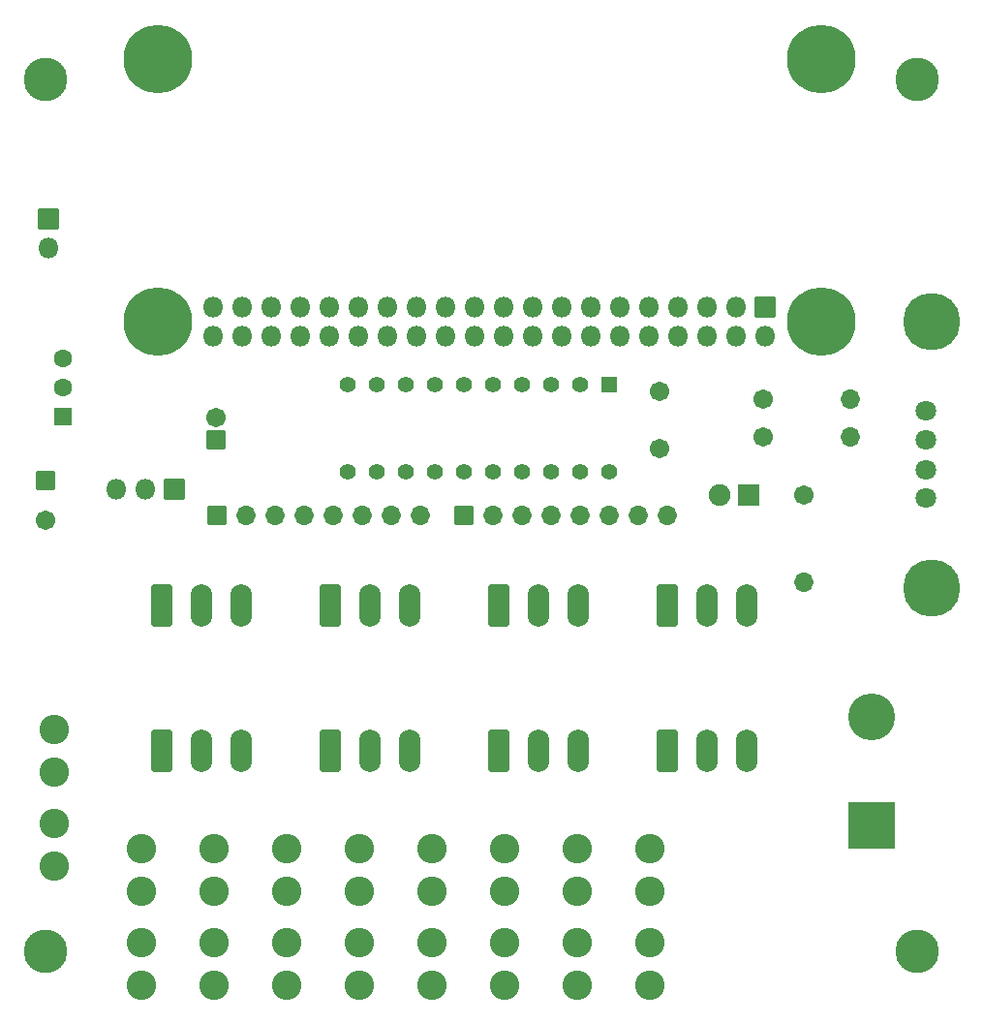
<source format=gbr>
G04 #@! TF.GenerationSoftware,KiCad,Pcbnew,(5.99.0-13060-g64f77b3596)*
G04 #@! TF.CreationDate,2021-11-03T21:45:31-04:00*
G04 #@! TF.ProjectId,PI_W_Controller,50495f57-5f43-46f6-9e74-726f6c6c6572,v1*
G04 #@! TF.SameCoordinates,Original*
G04 #@! TF.FileFunction,Soldermask,Bot*
G04 #@! TF.FilePolarity,Negative*
%FSLAX46Y46*%
G04 Gerber Fmt 4.6, Leading zero omitted, Abs format (unit mm)*
G04 Created by KiCad (PCBNEW (5.99.0-13060-g64f77b3596)) date 2021-11-03 21:45:31*
%MOMM*%
%LPD*%
G01*
G04 APERTURE LIST*
G04 Aperture macros list*
%AMRoundRect*
0 Rectangle with rounded corners*
0 $1 Rounding radius*
0 $2 $3 $4 $5 $6 $7 $8 $9 X,Y pos of 4 corners*
0 Add a 4 corners polygon primitive as box body*
4,1,4,$2,$3,$4,$5,$6,$7,$8,$9,$2,$3,0*
0 Add four circle primitives for the rounded corners*
1,1,$1+$1,$2,$3*
1,1,$1+$1,$4,$5*
1,1,$1+$1,$6,$7*
1,1,$1+$1,$8,$9*
0 Add four rect primitives between the rounded corners*
20,1,$1+$1,$2,$3,$4,$5,0*
20,1,$1+$1,$4,$5,$6,$7,0*
20,1,$1+$1,$6,$7,$8,$9,0*
20,1,$1+$1,$8,$9,$2,$3,0*%
G04 Aperture macros list end*
%ADD10RoundRect,0.051000X0.800000X-0.800000X0.800000X0.800000X-0.800000X0.800000X-0.800000X-0.800000X0*%
%ADD11C,1.702000*%
%ADD12RoundRect,0.301000X-0.650000X-1.550000X0.650000X-1.550000X0.650000X1.550000X-0.650000X1.550000X0*%
%ADD13O,1.902000X3.702000*%
%ADD14C,5.000000*%
%ADD15C,1.802000*%
%ADD16C,2.577000*%
%ADD17RoundRect,0.051000X-0.800000X0.800000X-0.800000X-0.800000X0.800000X-0.800000X0.800000X0.800000X0*%
%ADD18C,3.802000*%
%ADD19RoundRect,0.051000X-0.800000X-0.800000X0.800000X-0.800000X0.800000X0.800000X-0.800000X0.800000X0*%
%ADD20O,1.702000X1.702000*%
%ADD21RoundRect,0.051000X-0.647700X0.647700X-0.647700X-0.647700X0.647700X-0.647700X0.647700X0.647700X0*%
%ADD22C,1.397400*%
%ADD23RoundRect,0.051000X0.750000X-0.750000X0.750000X0.750000X-0.750000X0.750000X-0.750000X-0.750000X0*%
%ADD24C,1.602000*%
%ADD25RoundRect,0.051000X0.900000X0.900000X-0.900000X0.900000X-0.900000X-0.900000X0.900000X-0.900000X0*%
%ADD26C,1.902000*%
%ADD27RoundRect,0.051000X-0.850000X0.850000X-0.850000X-0.850000X0.850000X-0.850000X0.850000X0.850000X0*%
%ADD28O,1.802000X1.802000*%
%ADD29C,4.102000*%
%ADD30RoundRect,0.051000X2.000000X-2.000000X2.000000X2.000000X-2.000000X2.000000X-2.000000X-2.000000X0*%
%ADD31RoundRect,0.051000X-0.850000X-0.850000X0.850000X-0.850000X0.850000X0.850000X-0.850000X0.850000X0*%
%ADD32RoundRect,0.051000X0.850000X-0.850000X0.850000X0.850000X-0.850000X0.850000X-0.850000X-0.850000X0*%
%ADD33C,6.000000*%
G04 APERTURE END LIST*
D10*
X134800000Y-82800000D03*
D11*
X134800000Y-80800000D03*
D12*
X130048000Y-97282000D03*
D13*
X133548000Y-97282000D03*
X137048000Y-97282000D03*
D12*
X159512000Y-97282000D03*
D13*
X163012000Y-97282000D03*
X166512000Y-97282000D03*
D12*
X174244000Y-109982000D03*
D13*
X177744000Y-109982000D03*
X181244000Y-109982000D03*
D14*
X197350000Y-72424000D03*
X197350000Y-95724000D03*
D15*
X196850000Y-80274000D03*
X196850000Y-82774000D03*
X196850000Y-85374000D03*
X196850000Y-87874000D03*
D16*
X128270000Y-130410000D03*
X128270000Y-126710000D03*
X128270000Y-122210000D03*
X128270000Y-118510000D03*
X140970000Y-130410000D03*
X140970000Y-126710000D03*
X140970000Y-122210000D03*
X140970000Y-118510000D03*
X147320000Y-130410000D03*
X147320000Y-126710000D03*
X147320000Y-122210000D03*
X147320000Y-118510000D03*
X153670000Y-130410000D03*
X153670000Y-126710000D03*
X153670000Y-122210000D03*
X153670000Y-118510000D03*
X172720000Y-130410000D03*
X172720000Y-126710000D03*
X172720000Y-122210000D03*
X172720000Y-118510000D03*
D12*
X174244000Y-97282000D03*
D13*
X177744000Y-97282000D03*
X181244000Y-97282000D03*
D17*
X119900000Y-86300000D03*
D11*
X119900000Y-89800000D03*
D12*
X159512000Y-109982000D03*
D13*
X163012000Y-109982000D03*
X166512000Y-109982000D03*
D16*
X120650000Y-119996000D03*
X120650000Y-116296000D03*
X120650000Y-111796000D03*
X120650000Y-108096000D03*
D18*
X196088000Y-127508000D03*
X196088000Y-51308000D03*
X119888000Y-127508000D03*
X119888000Y-51308000D03*
D19*
X156464000Y-89408000D03*
D20*
X159004000Y-89408000D03*
X161544000Y-89408000D03*
X164084000Y-89408000D03*
X166624000Y-89408000D03*
X169164000Y-89408000D03*
X171704000Y-89408000D03*
X174244000Y-89408000D03*
D11*
X186182000Y-87630000D03*
D20*
X186182000Y-95250000D03*
D12*
X144780000Y-109982000D03*
D13*
X148280000Y-109982000D03*
X151780000Y-109982000D03*
D11*
X182626000Y-82550000D03*
D20*
X190246000Y-82550000D03*
D19*
X134874000Y-89408000D03*
D20*
X137414000Y-89408000D03*
X139954000Y-89408000D03*
X142494000Y-89408000D03*
X145034000Y-89408000D03*
X147574000Y-89408000D03*
X150114000Y-89408000D03*
X152654000Y-89408000D03*
D21*
X169164000Y-77978000D03*
D22*
X166624000Y-77978000D03*
X164084000Y-77978000D03*
X161544000Y-77978000D03*
X159004000Y-77978000D03*
X156464000Y-77978000D03*
X153924000Y-77978000D03*
X151384000Y-77978000D03*
X148844000Y-77978000D03*
X146304000Y-77978000D03*
X146304000Y-85598000D03*
X148844000Y-85598000D03*
X151384000Y-85598000D03*
X153924000Y-85598000D03*
X156464000Y-85598000D03*
X159004000Y-85598000D03*
X161544000Y-85598000D03*
X164084000Y-85598000D03*
X166624000Y-85598000D03*
X169164000Y-85598000D03*
D23*
X121462500Y-80772000D03*
D24*
X121462500Y-78232000D03*
X121462500Y-75692000D03*
D12*
X130048000Y-109982000D03*
D13*
X133548000Y-109982000D03*
X137048000Y-109982000D03*
D25*
X181361000Y-87630000D03*
D26*
X178821000Y-87630000D03*
D11*
X182626000Y-79248000D03*
D20*
X190246000Y-79248000D03*
D16*
X134620000Y-130410000D03*
X134620000Y-126710000D03*
X134620000Y-122210000D03*
X134620000Y-118510000D03*
X166370000Y-130410000D03*
X166370000Y-126710000D03*
X166370000Y-122210000D03*
X166370000Y-118510000D03*
X160020000Y-130410000D03*
X160020000Y-126710000D03*
X160020000Y-122210000D03*
X160020000Y-118510000D03*
D12*
X144780000Y-97282000D03*
D13*
X148280000Y-97282000D03*
X151780000Y-97282000D03*
D11*
X173609000Y-83566000D03*
X173609000Y-78566000D03*
D27*
X131200000Y-87100000D03*
D28*
X128660000Y-87100000D03*
X126120000Y-87100000D03*
D29*
X192133000Y-106965000D03*
D30*
X192133000Y-116465000D03*
D31*
X120142000Y-63500000D03*
D28*
X120142000Y-66040000D03*
X134583000Y-73739000D03*
X134583000Y-71199000D03*
X137123000Y-73739000D03*
X137123000Y-71199000D03*
X139663000Y-73739000D03*
X139663000Y-71199000D03*
X142203000Y-73739000D03*
X142203000Y-71199000D03*
X144743000Y-73739000D03*
X144743000Y-71199000D03*
X147283000Y-73739000D03*
X147283000Y-71199000D03*
X149823000Y-73739000D03*
X149823000Y-71199000D03*
X152363000Y-73739000D03*
X152363000Y-71199000D03*
X154903000Y-73739000D03*
X154903000Y-71199000D03*
X157443000Y-73739000D03*
X157443000Y-71199000D03*
X159983000Y-73739000D03*
X159983000Y-71199000D03*
X162523000Y-73739000D03*
X162523000Y-71199000D03*
X165063000Y-73739000D03*
X165063000Y-71199000D03*
X167603000Y-73739000D03*
X167603000Y-71199000D03*
X170143000Y-73739000D03*
X170143000Y-71199000D03*
X172683000Y-73739000D03*
X172683000Y-71199000D03*
X175223000Y-73739000D03*
X175223000Y-71199000D03*
X177763000Y-73739000D03*
X177763000Y-71199000D03*
X180303000Y-73739000D03*
X180303000Y-71199000D03*
X182843000Y-73739000D03*
D32*
X182843000Y-71199000D03*
D33*
X187713000Y-72469000D03*
X129713000Y-72469000D03*
X129713000Y-49469000D03*
X187713000Y-49469000D03*
M02*

</source>
